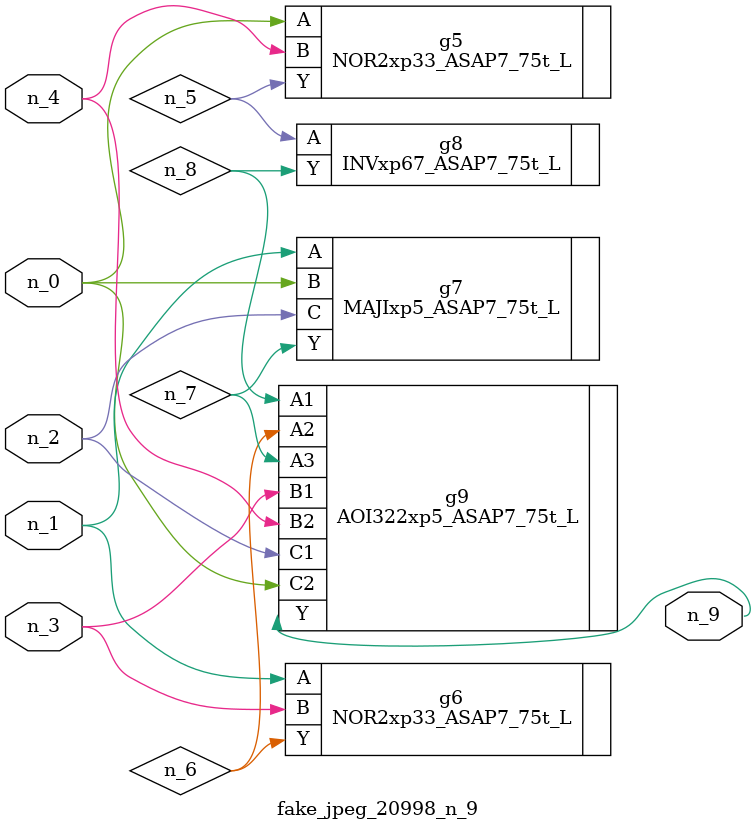
<source format=v>
module fake_jpeg_20998_n_9 (n_3, n_2, n_1, n_0, n_4, n_9);

input n_3;
input n_2;
input n_1;
input n_0;
input n_4;

output n_9;

wire n_8;
wire n_6;
wire n_5;
wire n_7;

NOR2xp33_ASAP7_75t_L g5 ( 
.A(n_0),
.B(n_4),
.Y(n_5)
);

NOR2xp33_ASAP7_75t_L g6 ( 
.A(n_1),
.B(n_3),
.Y(n_6)
);

MAJIxp5_ASAP7_75t_L g7 ( 
.A(n_1),
.B(n_0),
.C(n_2),
.Y(n_7)
);

INVxp67_ASAP7_75t_L g8 ( 
.A(n_5),
.Y(n_8)
);

AOI322xp5_ASAP7_75t_L g9 ( 
.A1(n_8),
.A2(n_6),
.A3(n_7),
.B1(n_3),
.B2(n_4),
.C1(n_2),
.C2(n_0),
.Y(n_9)
);


endmodule
</source>
